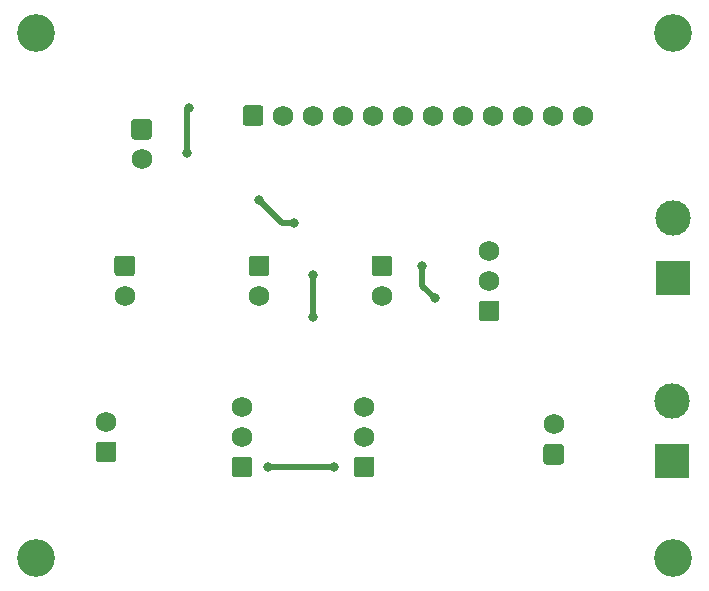
<source format=gbr>
%TF.GenerationSoftware,KiCad,Pcbnew,5.1.7-a382d34a8~88~ubuntu18.04.1*%
%TF.CreationDate,2021-11-04T17:59:29-07:00*%
%TF.ProjectId,Kelly controller,4b656c6c-7920-4636-9f6e-74726f6c6c65,rev?*%
%TF.SameCoordinates,Original*%
%TF.FileFunction,Copper,L1,Top*%
%TF.FilePolarity,Positive*%
%FSLAX46Y46*%
G04 Gerber Fmt 4.6, Leading zero omitted, Abs format (unit mm)*
G04 Created by KiCad (PCBNEW 5.1.7-a382d34a8~88~ubuntu18.04.1) date 2021-11-04 17:59:29*
%MOMM*%
%LPD*%
G01*
G04 APERTURE LIST*
%TA.AperFunction,ComponentPad*%
%ADD10C,3.200001*%
%TD*%
%TA.AperFunction,ComponentPad*%
%ADD11C,1.740000*%
%TD*%
%TA.AperFunction,ComponentPad*%
%ADD12R,3.000000X3.000000*%
%TD*%
%TA.AperFunction,ComponentPad*%
%ADD13C,3.000000*%
%TD*%
%TA.AperFunction,ViaPad*%
%ADD14C,0.812800*%
%TD*%
%TA.AperFunction,Conductor*%
%ADD15C,0.508000*%
%TD*%
G04 APERTURE END LIST*
D10*
%TO.P,H1,1*%
%TO.N,N/C*%
X104993401Y-48685601D03*
%TD*%
%TO.P,H2,1*%
%TO.N,N/C*%
X158968401Y-48685601D03*
%TD*%
%TO.P,H3,1*%
%TO.N,N/C*%
X104993401Y-93135601D03*
%TD*%
%TO.P,H4,1*%
%TO.N,N/C*%
X158968401Y-93135601D03*
%TD*%
D11*
%TO.P,J2,12*%
%TO.N,GND*%
X151333200Y-55676800D03*
%TO.P,J2,11*%
%TO.N,/PWR*%
X148793200Y-55676800D03*
%TO.P,J2,10*%
%TO.N,/Meter*%
X146253200Y-55676800D03*
%TO.P,J2,9*%
%TO.N,/Brake_AN*%
X143713200Y-55676800D03*
%TO.P,J2,8*%
%TO.N,/Throttle*%
X141173200Y-55676800D03*
%TO.P,J2,7*%
%TO.N,5V*%
X138633200Y-55676800D03*
%TO.P,J2,6*%
%TO.N,/FWD*%
X136093200Y-55676800D03*
%TO.P,J2,5*%
%TO.N,/REV*%
X133553200Y-55676800D03*
%TO.P,J2,4*%
%TO.N,/Brake*%
X131013200Y-55676800D03*
%TO.P,J2,3*%
%TO.N,/Foot_SW*%
X128473200Y-55676800D03*
%TO.P,J2,2*%
%TO.N,12V*%
X125933200Y-55676800D03*
%TO.P,J2,1*%
%TO.N,+48V*%
%TA.AperFunction,ComponentPad*%
G36*
G01*
X122523200Y-56296801D02*
X122523200Y-55056799D01*
G75*
G02*
X122773199Y-54806800I249999J0D01*
G01*
X124013201Y-54806800D01*
G75*
G02*
X124263200Y-55056799I0J-249999D01*
G01*
X124263200Y-56296801D01*
G75*
G02*
X124013201Y-56546800I-249999J0D01*
G01*
X122773199Y-56546800D01*
G75*
G02*
X122523200Y-56296801I0J249999D01*
G01*
G37*
%TD.AperFunction*%
%TD*%
D12*
%TO.P,J3,1*%
%TO.N,/PWR*%
X158927800Y-69392800D03*
D13*
%TO.P,J3,2*%
%TO.N,GND*%
X158927800Y-64312800D03*
%TD*%
%TO.P,J4,1*%
%TO.N,GND*%
%TA.AperFunction,ComponentPad*%
G36*
G01*
X149464001Y-85223400D02*
X148223999Y-85223400D01*
G75*
G02*
X147974000Y-84973401I0J249999D01*
G01*
X147974000Y-83733399D01*
G75*
G02*
X148223999Y-83483400I249999J0D01*
G01*
X149464001Y-83483400D01*
G75*
G02*
X149714000Y-83733399I0J-249999D01*
G01*
X149714000Y-84973401D01*
G75*
G02*
X149464001Y-85223400I-249999J0D01*
G01*
G37*
%TD.AperFunction*%
D11*
%TO.P,J4,2*%
%TO.N,/Meter*%
X148844000Y-81813400D03*
%TD*%
%TO.P,J5,1*%
%TO.N,+48V*%
%TA.AperFunction,ComponentPad*%
G36*
G01*
X113324399Y-55975200D02*
X114564401Y-55975200D01*
G75*
G02*
X114814400Y-56225199I0J-249999D01*
G01*
X114814400Y-57465201D01*
G75*
G02*
X114564401Y-57715200I-249999J0D01*
G01*
X113324399Y-57715200D01*
G75*
G02*
X113074400Y-57465201I0J249999D01*
G01*
X113074400Y-56225199D01*
G75*
G02*
X113324399Y-55975200I249999J0D01*
G01*
G37*
%TD.AperFunction*%
%TO.P,J5,2*%
%TO.N,GND*%
X113944400Y-59385200D03*
%TD*%
%TO.P,J6,2*%
%TO.N,GND*%
X112522000Y-70942200D03*
%TO.P,J6,1*%
%TO.N,12V*%
%TA.AperFunction,ComponentPad*%
G36*
G01*
X111901999Y-67532200D02*
X113142001Y-67532200D01*
G75*
G02*
X113392000Y-67782199I0J-249999D01*
G01*
X113392000Y-69022201D01*
G75*
G02*
X113142001Y-69272200I-249999J0D01*
G01*
X111901999Y-69272200D01*
G75*
G02*
X111652000Y-69022201I0J249999D01*
G01*
X111652000Y-67782199D01*
G75*
G02*
X111901999Y-67532200I249999J0D01*
G01*
G37*
%TD.AperFunction*%
%TD*%
%TO.P,J7,1*%
%TO.N,5V*%
%TA.AperFunction,ComponentPad*%
G36*
G01*
X111567201Y-85020200D02*
X110327199Y-85020200D01*
G75*
G02*
X110077200Y-84770201I0J249999D01*
G01*
X110077200Y-83530199D01*
G75*
G02*
X110327199Y-83280200I249999J0D01*
G01*
X111567201Y-83280200D01*
G75*
G02*
X111817200Y-83530199I0J-249999D01*
G01*
X111817200Y-84770201D01*
G75*
G02*
X111567201Y-85020200I-249999J0D01*
G01*
G37*
%TD.AperFunction*%
%TO.P,J7,2*%
%TO.N,GND*%
X110947200Y-81610200D03*
%TD*%
%TO.P,RV1,3*%
%TO.N,GND*%
X132791200Y-80340200D03*
%TO.P,RV1,2*%
%TO.N,/Throttle*%
X132791200Y-82880200D03*
%TO.P,RV1,1*%
%TO.N,5V*%
%TA.AperFunction,ComponentPad*%
G36*
G01*
X133411201Y-86290200D02*
X132171199Y-86290200D01*
G75*
G02*
X131921200Y-86040201I0J249999D01*
G01*
X131921200Y-84800199D01*
G75*
G02*
X132171199Y-84550200I249999J0D01*
G01*
X133411201Y-84550200D01*
G75*
G02*
X133661200Y-84800199I0J-249999D01*
G01*
X133661200Y-86040201D01*
G75*
G02*
X133411201Y-86290200I-249999J0D01*
G01*
G37*
%TD.AperFunction*%
%TD*%
%TO.P,RV2,1*%
%TO.N,5V*%
%TA.AperFunction,ComponentPad*%
G36*
G01*
X123073401Y-86290200D02*
X121833399Y-86290200D01*
G75*
G02*
X121583400Y-86040201I0J249999D01*
G01*
X121583400Y-84800199D01*
G75*
G02*
X121833399Y-84550200I249999J0D01*
G01*
X123073401Y-84550200D01*
G75*
G02*
X123323400Y-84800199I0J-249999D01*
G01*
X123323400Y-86040201D01*
G75*
G02*
X123073401Y-86290200I-249999J0D01*
G01*
G37*
%TD.AperFunction*%
%TO.P,RV2,2*%
%TO.N,/Brake_AN*%
X122453400Y-82880200D03*
%TO.P,RV2,3*%
%TO.N,GND*%
X122453400Y-80340200D03*
%TD*%
%TO.P,SW1,3*%
%TO.N,/REV*%
X143383000Y-67132200D03*
%TO.P,SW1,2*%
%TO.N,12V*%
X143383000Y-69672200D03*
%TO.P,SW1,1*%
%TO.N,/FWD*%
%TA.AperFunction,ComponentPad*%
G36*
G01*
X144003001Y-73082200D02*
X142762999Y-73082200D01*
G75*
G02*
X142513000Y-72832201I0J249999D01*
G01*
X142513000Y-71592199D01*
G75*
G02*
X142762999Y-71342200I249999J0D01*
G01*
X144003001Y-71342200D01*
G75*
G02*
X144253000Y-71592199I0J-249999D01*
G01*
X144253000Y-72832201D01*
G75*
G02*
X144003001Y-73082200I-249999J0D01*
G01*
G37*
%TD.AperFunction*%
%TD*%
%TO.P,SW2,2*%
%TO.N,12V*%
X123901200Y-70942200D03*
%TO.P,SW2,1*%
%TO.N,/Foot_SW*%
%TA.AperFunction,ComponentPad*%
G36*
G01*
X123281199Y-67532200D02*
X124521201Y-67532200D01*
G75*
G02*
X124771200Y-67782199I0J-249999D01*
G01*
X124771200Y-69022201D01*
G75*
G02*
X124521201Y-69272200I-249999J0D01*
G01*
X123281199Y-69272200D01*
G75*
G02*
X123031200Y-69022201I0J249999D01*
G01*
X123031200Y-67782199D01*
G75*
G02*
X123281199Y-67532200I249999J0D01*
G01*
G37*
%TD.AperFunction*%
%TD*%
%TO.P,SW3,2*%
%TO.N,12V*%
X134289800Y-70942200D03*
%TO.P,SW3,1*%
%TO.N,/Brake*%
%TA.AperFunction,ComponentPad*%
G36*
G01*
X133669799Y-67532200D02*
X134909801Y-67532200D01*
G75*
G02*
X135159800Y-67782199I0J-249999D01*
G01*
X135159800Y-69022201D01*
G75*
G02*
X134909801Y-69272200I-249999J0D01*
G01*
X133669799Y-69272200D01*
G75*
G02*
X133419800Y-69022201I0J249999D01*
G01*
X133419800Y-67782199D01*
G75*
G02*
X133669799Y-67532200I249999J0D01*
G01*
G37*
%TD.AperFunction*%
%TD*%
D13*
%TO.P,SW4,2*%
%TO.N,+48V*%
X158851600Y-79832200D03*
D12*
%TO.P,SW4,1*%
%TO.N,/PWR*%
X158851600Y-84912200D03*
%TD*%
D14*
%TO.N,5V*%
X124663200Y-85394800D03*
X130225800Y-85445600D03*
%TO.N,GND*%
X117830600Y-58851800D03*
X117983000Y-55016400D03*
X128473200Y-72694800D03*
X128473200Y-69189600D03*
X126873000Y-64770000D03*
X123850400Y-62788800D03*
X138785600Y-71145400D03*
X137718800Y-68453000D03*
%TD*%
D15*
%TO.N,5V*%
X124663200Y-85394800D02*
X130175000Y-85394800D01*
X130175000Y-85394800D02*
X130225800Y-85445600D01*
%TO.N,GND*%
X117830600Y-58851800D02*
X117830600Y-55168800D01*
X117830600Y-55168800D02*
X117983000Y-55016400D01*
X128473200Y-72694800D02*
X128473200Y-69189600D01*
X126873000Y-64770000D02*
X125831600Y-64770000D01*
X125831600Y-64770000D02*
X123850400Y-62788800D01*
X138785600Y-71145400D02*
X137718800Y-70078600D01*
X137718800Y-70078600D02*
X137718800Y-68453000D01*
%TD*%
M02*

</source>
